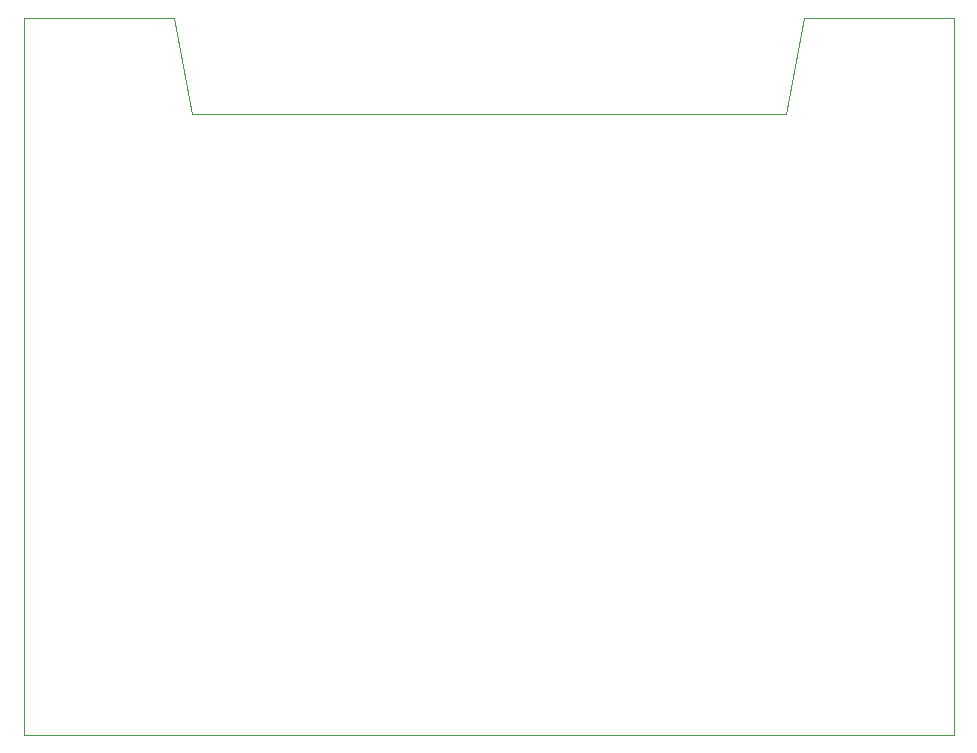
<source format=gbr>
G04 #@! TF.GenerationSoftware,KiCad,Pcbnew,(5.1.0)-1*
G04 #@! TF.CreationDate,2019-11-07T23:05:45-05:00*
G04 #@! TF.ProjectId,ocarina v1.0,6f636172-696e-4612-9076-312e302e6b69,rev?*
G04 #@! TF.SameCoordinates,Original*
G04 #@! TF.FileFunction,Profile,NP*
%FSLAX46Y46*%
G04 Gerber Fmt 4.6, Leading zero omitted, Abs format (unit mm)*
G04 Created by KiCad (PCBNEW (5.1.0)-1) date 2019-11-07 23:05:45*
%MOMM*%
%LPD*%
G04 APERTURE LIST*
%ADD10C,0.050000*%
G04 APERTURE END LIST*
D10*
X80264000Y-60452000D02*
X86868000Y-60452000D01*
X78740000Y-52324000D02*
X80264000Y-60452000D01*
X130556000Y-60452000D02*
X123952000Y-60452000D01*
X132080000Y-52324000D02*
X130556000Y-60452000D01*
X123952000Y-60452000D02*
X86868000Y-60452000D01*
X66040000Y-52324000D02*
X78740000Y-52324000D01*
X144780000Y-52324000D02*
X132080000Y-52324000D01*
X66040000Y-52324000D02*
X66040000Y-113030000D01*
X144780000Y-60960000D02*
X144780000Y-52324000D01*
X144780000Y-113030000D02*
X144780000Y-111760000D01*
X66040000Y-113030000D02*
X144780000Y-113030000D01*
X144780000Y-60960000D02*
X144780000Y-111760000D01*
M02*

</source>
